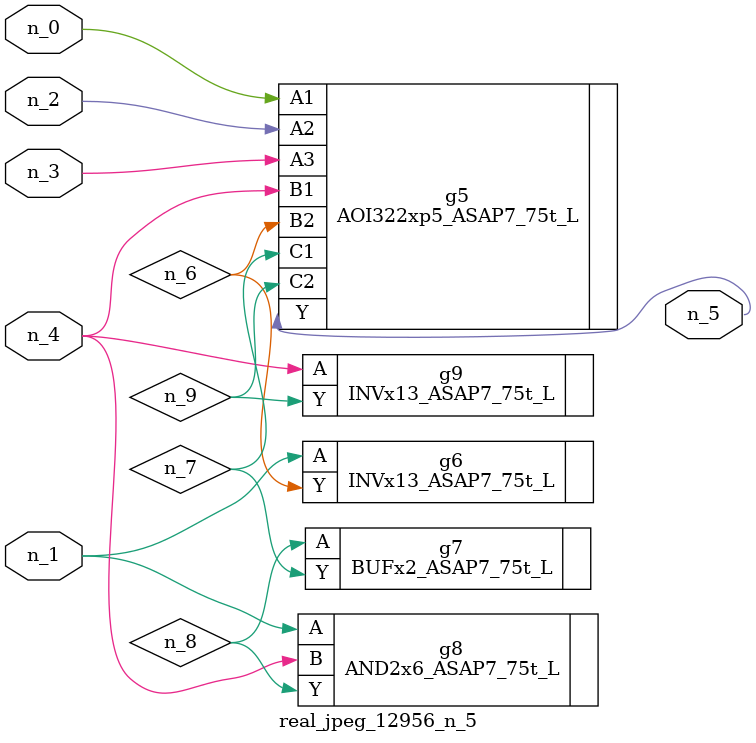
<source format=v>
module real_jpeg_12956_n_5 (n_4, n_0, n_1, n_2, n_3, n_5);

input n_4;
input n_0;
input n_1;
input n_2;
input n_3;

output n_5;

wire n_8;
wire n_6;
wire n_7;
wire n_9;

AOI322xp5_ASAP7_75t_L g5 ( 
.A1(n_0),
.A2(n_2),
.A3(n_3),
.B1(n_4),
.B2(n_6),
.C1(n_7),
.C2(n_9),
.Y(n_5)
);

INVx13_ASAP7_75t_L g6 ( 
.A(n_1),
.Y(n_6)
);

AND2x6_ASAP7_75t_L g8 ( 
.A(n_1),
.B(n_4),
.Y(n_8)
);

INVx13_ASAP7_75t_L g9 ( 
.A(n_4),
.Y(n_9)
);

BUFx2_ASAP7_75t_L g7 ( 
.A(n_8),
.Y(n_7)
);


endmodule
</source>
